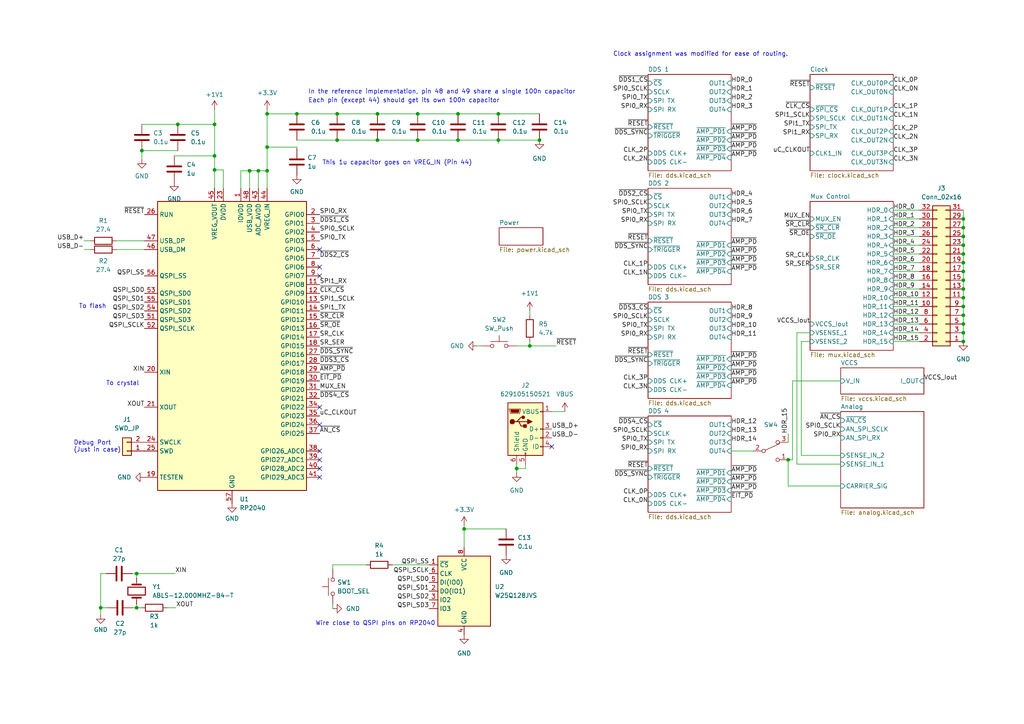
<source format=kicad_sch>
(kicad_sch (version 20231120) (generator "eeschema") (generator_version "8.0")
  (paper "A4")
  (title_block (title "Pico AWG (With EIT)") (date "2024-01-17") (rev "v0.1") (company "ENEL 500 Team OM4"))
  (lib_symbols
    (symbol "Connector:USB_B_Micro" (pin_names (offset 1.016))
      (property "Reference" "J" (at -5.08 11.43 0))
      (property "Value" "USB_B_Micro" (at -5.08 8.89 0))
      (symbol "USB_B_Micro_0_1"
        (rectangle (start -5.08 -7.62) (end 5.08 7.62) (stroke (width 0.254)) (fill (type background)))
        (circle (center -3.81 2.159) (radius 0.635) (stroke (width 0.254)) (fill (type outline)))
        (circle (center -0.635 3.429) (radius 0.381) (stroke (width 0.254)) (fill (type outline)))
        (rectangle (start -0.127 -7.62) (end 0.127 -6.858))
        (polyline (pts (xy -1.905 2.159) (xy 0.635 2.159)) (stroke (width 0.254)))
        (polyline (pts (xy -3.175 2.159) (xy -2.54 2.159) (xy -1.27 3.429) (xy -0.635 3.429)) (stroke (width 0.254)))
        (polyline (pts (xy -2.54 2.159) (xy -1.905 2.159) (xy -1.27 0.889) (xy 0 0.889)) (stroke (width 0.254)))
        (polyline (pts (xy 0.635 2.794) (xy 0.635 1.524) (xy 1.905 2.159) (xy 0.635 2.794)) (stroke (width 0.254)) (fill (type outline)))
        (polyline (pts (xy -4.318 5.588) (xy -1.778 5.588) (xy -2.032 4.826) (xy -4.064 4.826) (xy -4.318 5.588)) (fill (type outline)))
        (polyline (pts (xy -4.699 5.842) (xy -4.699 5.588) (xy -4.445 4.826) (xy -4.445 4.572) (xy -1.651 4.572) (xy -1.651 4.826) (xy -1.397 5.588) (xy -1.397 5.842) (xy -4.699 5.842)))
        (rectangle (start 0.254 1.27) (end -0.508 0.508) (stroke (width 0.254)) (fill (type outline)))
        (rectangle (start 5.08 -5.207) (end 4.318 -4.953))
        (rectangle (start 5.08 -2.667) (end 4.318 -2.413))
        (rectangle (start 5.08 -0.127) (end 4.318 0.127))
        (rectangle (start 5.08 4.953) (end 4.318 5.207))
      )
      (symbol "USB_B_Micro_1_1"
        (pin power_out line (at 7.62 5.08 180) (length 2.54) (name "VBUS") (number "1"))
        (pin bidirectional line (at 7.62 -2.54 180) (length 2.54) (name "D-") (number "2"))
        (pin bidirectional line (at 7.62 0 180) (length 2.54) (name "D+") (number "3"))
        (pin passive line (at 7.62 -5.08 180) (length 2.54) (name "ID") (number "4"))
        (pin power_out line (at 0 -10.16 90) (length 2.54) (name "GND") (number "5"))
        (pin passive line (at -2.54 -10.16 90) (length 2.54) (name "Shield") (number "6"))
      )
    )
    (symbol "Connector_Generic:Conn_01x02" (pin_names (offset 1.016) hide)
      (property "Reference" "J" (at 0 2.54 0))
      (property "Value" "Conn_01x02" (at 0 -5.08 0))
      (symbol "Conn_01x02_1_1"
        (rectangle (start -1.27 -2.413) (end 0 -2.667) (stroke (width 0.1524)))
        (rectangle (start -1.27 0.127) (end 0 -0.127) (stroke (width 0.1524)))
        (rectangle (start -1.27 1.27) (end 1.27 -3.81) (stroke (width 0.254)) (fill (type background)))
        (pin passive line (at -5.08 0 0) (length 3.81) (name "Pin_1") (number "1"))
        (pin passive line (at -5.08 -2.54 0) (length 3.81) (name "Pin_2") (number "2"))
      )
    )
    (symbol "Connector_Generic:Conn_02x16_Odd_Even" (pin_names (offset 1.016) hide)
      (property "Reference" "J" (at 1.27 20.32 0))
      (property "Value" "Conn_02x16_Odd_Even" (at 1.27 -22.86 0))
      (symbol "Conn_02x16_Odd_Even_1_1"
        (rectangle (start -1.27 -20.193) (end 0 -20.447) (stroke (width 0.1524)))
        (rectangle (start -1.27 -17.653) (end 0 -17.907) (stroke (width 0.1524)))
        (rectangle (start -1.27 -15.113) (end 0 -15.367) (stroke (width 0.1524)))
        (rectangle (start -1.27 -12.573) (end 0 -12.827) (stroke (width 0.1524)))
        (rectangle (start -1.27 -10.033) (end 0 -10.287) (stroke (width 0.1524)))
        (rectangle (start -1.27 -7.493) (end 0 -7.747) (stroke (width 0.1524)))
        (rectangle (start -1.27 -4.953) (end 0 -5.207) (stroke (width 0.1524)))
        (rectangle (start -1.27 -2.413) (end 0 -2.667) (stroke (width 0.1524)))
        (rectangle (start -1.27 0.127) (end 0 -0.127) (stroke (width 0.1524)))
        (rectangle (start -1.27 2.667) (end 0 2.413) (stroke (width 0.1524)))
        (rectangle (start -1.27 5.207) (end 0 4.953) (stroke (width 0.1524)))
        (rectangle (start -1.27 7.747) (end 0 7.493) (stroke (width 0.1524)))
        (rectangle (start -1.27 10.287) (end 0 10.033) (stroke (width 0.1524)))
        (rectangle (start -1.27 12.827) (end 0 12.573) (stroke (width 0.1524)))
        (rectangle (start -1.27 15.367) (end 0 15.113) (stroke (width 0.1524)))
        (rectangle (start -1.27 17.907) (end 0 17.653) (stroke (width 0.1524)))
        (rectangle (start -1.27 19.05) (end 3.81 -21.59) (stroke (width 0.254)) (fill (type background)))
        (rectangle (start 3.81 -20.193) (end 2.54 -20.447) (stroke (width 0.1524)))
        (rectangle (start 3.81 -17.653) (end 2.54 -17.907) (stroke (width 0.1524)))
        (rectangle (start 3.81 -15.113) (end 2.54 -15.367) (stroke (width 0.1524)))
        (rectangle (start 3.81 -12.573) (end 2.54 -12.827) (stroke (width 0.1524)))
        (rectangle (start 3.81 -10.033) (end 2.54 -10.287) (stroke (width 0.1524)))
        (rectangle (start 3.81 -7.493) (end 2.54 -7.747) (stroke (width 0.1524)))
        (rectangle (start 3.81 -4.953) (end 2.54 -5.207) (stroke (width 0.1524)))
        (rectangle (start 3.81 -2.413) (end 2.54 -2.667) (stroke (width 0.1524)))
        (rectangle (start 3.81 0.127) (end 2.54 -0.127) (stroke (width 0.1524)))
        (rectangle (start 3.81 2.667) (end 2.54 2.413) (stroke (width 0.1524)))
        (rectangle (start 3.81 5.207) (end 2.54 4.953) (stroke (width 0.1524)))
        (rectangle (start 3.81 7.747) (end 2.54 7.493) (stroke (width 0.1524)))
        (rectangle (start 3.81 10.287) (end 2.54 10.033) (stroke (width 0.1524)))
        (rectangle (start 3.81 12.827) (end 2.54 12.573) (stroke (width 0.1524)))
        (rectangle (start 3.81 15.367) (end 2.54 15.113) (stroke (width 0.1524)))
        (rectangle (start 3.81 17.907) (end 2.54 17.653) (stroke (width 0.1524)))
        (pin passive line (at -5.08 17.78 0) (length 3.81) (name "Pin_1") (number "1"))
        (pin passive line (at 7.62 7.62 180) (length 3.81) (name "Pin_10") (number "10"))
        (pin passive line (at -5.08 5.08 0) (length 3.81) (name "Pin_11") (number "11"))
        (pin passive line (at 7.62 5.08 180) (length 3.81) (name "Pin_12") (number "12"))
        (pin passive line (at -5.08 2.54 0) (length 3.81) (name "Pin_13") (number "13"))
        (pin passive line (at 7.62 2.54 180) (length 3.81) (name "Pin_14") (number "14"))
        (pin passive line (at -5.08 0 0) (length 3.81) (name "Pin_15") (number "15"))
        (pin passive line (at 7.62 0 180) (length 3.81) (name "Pin_16") (number "16"))
        (pin passive line (at -5.08 -2.54 0) (length 3.81) (name "Pin_17") (number "17"))
        (pin passive line (at 7.62 -2.54 180) (length 3.81) (name "Pin_18") (number "18"))
        (pin passive line (at -5.08 -5.08 0) (length 3.81) (name "Pin_19") (number "19"))
        (pin passive line (at 7.62 17.78 180) (length 3.81) (name "Pin_2") (number "2"))
        (pin passive line (at 7.62 -5.08 180) (length 3.81) (name "Pin_20") (number "20"))
        (pin passive line (at -5.08 -7.62 0) (length 3.81) (name "Pin_21") (number "21"))
        (pin passive line (at 7.62 -7.62 180) (length 3.81) (name "Pin_22") (number "22"))
        (pin passive line (at -5.08 -10.16 0) (length 3.81) (name "Pin_23") (number "23"))
        (pin passive line (at 7.62 -10.16 180) (length 3.81) (name "Pin_24") (number "24"))
        (pin passive line (at -5.08 -12.7 0) (length 3.81) (name "Pin_25") (number "25"))
        (pin passive line (at 7.62 -12.7 180) (length 3.81) (name "Pin_26") (number "26"))
        (pin passive line (at -5.08 -15.24 0) (length 3.81) (name "Pin_27") (number "27"))
        (pin passive line (at 7.62 -15.24 180) (length 3.81) (name "Pin_28") (number "28"))
        (pin passive line (at -5.08 -17.78 0) (length 3.81) (name "Pin_29") (number "29"))
        (pin passive line (at -5.08 15.24 0) (length 3.81) (name "Pin_3") (number "3"))
        (pin passive line (at 7.62 -17.78 180) (length 3.81) (name "Pin_30") (number "30"))
        (pin passive line (at -5.08 -20.32 0) (length 3.81) (name "Pin_31") (number "31"))
        (pin passive line (at 7.62 -20.32 180) (length 3.81) (name "Pin_32") (number "32"))
        (pin passive line (at 7.62 15.24 180) (length 3.81) (name "Pin_4") (number "4"))
        (pin passive line (at -5.08 12.7 0) (length 3.81) (name "Pin_5") (number "5"))
        (pin passive line (at 7.62 12.7 180) (length 3.81) (name "Pin_6") (number "6"))
        (pin passive line (at -5.08 10.16 0) (length 3.81) (name "Pin_7") (number "7"))
        (pin passive line (at 7.62 10.16 180) (length 3.81) (name "Pin_8") (number "8"))
        (pin passive line (at -5.08 7.62 0) (length 3.81) (name "Pin_9") (number "9"))
      )
    )
    (symbol "Device:C" (pin_numbers hide) (pin_names (offset 0.254))
      (property "Reference" "C" (at 0.635 2.54 0))
      (property "Value" "C" (at 0.635 -2.54 0))
      (symbol "C_0_1"
        (polyline (pts (xy -2.032 -0.762) (xy 2.032 -0.762)) (stroke (width 0.508)))
        (polyline (pts (xy -2.032 0.762) (xy 2.032 0.762)) (stroke (width 0.508)))
      )
      (symbol "C_1_1"
        (pin passive line (at 0 3.81 270) (length 2.794) (name "~") (number "1"))
        (pin passive line (at 0 -3.81 90) (length 2.794) (name "~") (number "2"))
      )
    )
    (symbol "Device:Crystal" (pin_numbers hide) (pin_names (offset 1.016) hide)
      (property "Reference" "Y" (at 0 3.81 0))
      (property "Value" "Crystal" (at 0 -3.81 0))
      (symbol "Crystal_0_1"
        (rectangle (start -1.143 2.54) (end 1.143 -2.54) (stroke (width 0.3048)))
        (polyline (pts (xy -2.54 0) (xy -1.905 0)))
        (polyline (pts (xy -1.905 -1.27) (xy -1.905 1.27)) (stroke (width 0.508)))
        (polyline (pts (xy 1.905 -1.27) (xy 1.905 1.27)) (stroke (width 0.508)))
        (polyline (pts (xy 2.54 0) (xy 1.905 0)))
      )
      (symbol "Crystal_1_1"
        (pin passive line (at -3.81 0 0) (length 1.27) (name "1") (number "1"))
        (pin passive line (at 3.81 0 180) (length 1.27) (name "2") (number "2"))
      )
    )
    (symbol "Device:R" (pin_numbers hide) (pin_names (offset 0))
      (property "Reference" "R" (at 2.032 0 90))
      (property "Value" "R" (at 0 0 90))
      (symbol "R_0_1"
        (rectangle (start -1.016 -2.54) (end 1.016 2.54) (stroke (width 0.254)))
      )
      (symbol "R_1_1"
        (pin passive line (at 0 3.81 270) (length 1.27) (name "~") (number "1"))
        (pin passive line (at 0 -3.81 90) (length 1.27) (name "~") (number "2"))
      )
    )
    (symbol "MCU_RaspberryPi:RP2040"
      (property "Reference" "U" (at 17.78 45.72 0))
      (property "Value" "RP2040" (at 17.78 43.18 0))
      (symbol "RP2040_0_1"
        (rectangle (start -21.59 41.91) (end 21.59 -41.91) (stroke (width 0.254)) (fill (type background)))
      )
      (symbol "RP2040_1_1"
        (pin power_in line (at 2.54 45.72 270) (length 3.81) (name "IOVDD") (number "1"))
        (pin passive line (at 2.54 45.72 270) (length 3.81) hide (name "IOVDD") (number "10"))
        (pin bidirectional line (at 25.4 17.78 180) (length 3.81) (name "GPIO8") (number "11"))
        (pin bidirectional line (at 25.4 15.24 180) (length 3.81) (name "GPIO9") (number "12"))
        (pin bidirectional line (at 25.4 12.7 180) (length 3.81) (name "GPIO10") (number "13"))
        (pin bidirectional line (at 25.4 10.16 180) (length 3.81) (name "GPIO11") (number "14"))
        (pin bidirectional line (at 25.4 7.62 180) (length 3.81) (name "GPIO12") (number "15"))
        (pin bidirectional line (at 25.4 5.08 180) (length 3.81) (name "GPIO13") (number "16"))
        (pin bidirectional line (at 25.4 2.54 180) (length 3.81) (name "GPIO14") (number "17"))
        (pin bidirectional line (at 25.4 0 180) (length 3.81) (name "GPIO15") (number "18"))
        (pin input line (at -25.4 -38.1 0) (length 3.81) (name "TESTEN") (number "19"))
        (pin bidirectional line (at 25.4 38.1 180) (length 3.81) (name "GPIO0") (number "2"))
        (pin input line (at -25.4 -7.62 0) (length 3.81) (name "XIN") (number "20"))
        (pin passive line (at -25.4 -17.78 0) (length 3.81) (name "XOUT") (number "21"))
        (pin passive line (at 2.54 45.72 270) (length 3.81) hide (name "IOVDD") (number "22"))
        (pin power_in line (at -2.54 45.72 270) (length 3.81) (name "DVDD") (number "23"))
        (pin input line (at -25.4 -27.94 0) (length 3.81) (name "SWCLK") (number "24"))
        (pin bidirectional line (at -25.4 -30.48 0) (length 3.81) (name "SWD") (number "25"))
        (pin input line (at -25.4 38.1 0) (length 3.81) (name "RUN") (number "26"))
        (pin bidirectional line (at 25.4 -2.54 180) (length 3.81) (name "GPIO16") (number "27"))
        (pin bidirectional line (at 25.4 -5.08 180) (length 3.81) (name "GPIO17") (number "28"))
        (pin bidirectional line (at 25.4 -7.62 180) (length 3.81) (name "GPIO18") (number "29"))
        (pin bidirectional line (at 25.4 35.56 180) (length 3.81) (name "GPIO1") (number "3"))
        (pin bidirectional line (at 25.4 -10.16 180) (length 3.81) (name "GPIO19") (number "30"))
        (pin bidirectional line (at 25.4 -12.7 180) (length 3.81) (name "GPIO20") (number "31"))
        (pin bidirectional line (at 25.4 -15.24 180) (length 3.81) (name "GPIO21") (number "32"))
        (pin passive line (at 2.54 45.72 270) (length 3.81) hide (name "IOVDD") (number "33"))
        (pin bidirectional line (at 25.4 -17.78 180) (length 3.81) (name "GPIO22") (number "34"))
        (pin bidirectional line (at 25.4 -20.32 180) (length 3.81) (name "GPIO23") (number "35"))
        (pin bidirectional line (at 25.4 -22.86 180) (length 3.81) (name "GPIO24") (number "36"))
        (pin bidirectional line (at 25.4 -25.4 180) (length 3.81) (name "GPIO25") (number "37"))
        (pin bidirectional line (at 25.4 -30.48 180) (length 3.81) (name "GPIO26_ADC0") (number "38"))
        (pin bidirectional line (at 25.4 -33.02 180) (length 3.81) (name "GPIO27_ADC1") (number "39"))
        (pin bidirectional line (at 25.4 33.02 180) (length 3.81) (name "GPIO2") (number "4"))
        (pin bidirectional line (at 25.4 -35.56 180) (length 3.81) (name "GPIO28_ADC2") (number "40"))
        (pin bidirectional line (at 25.4 -38.1 180) (length 3.81) (name "GPIO29_ADC3") (number "41"))
        (pin passive line (at 2.54 45.72 270) (length 3.81) hide (name "IOVDD") (number "42"))
        (pin power_in line (at 7.62 45.72 270) (length 3.81) (name "ADC_AVDD") (number "43"))
        (pin power_in line (at 10.16 45.72 270) (length 3.81) (name "VREG_IN") (number "44"))
        (pin power_out line (at -5.08 45.72 270) (length 3.81) (name "VREG_VOUT") (number "45"))
        (pin bidirectional line (at -25.4 27.94 0) (length 3.81) (name "USB_DM") (number "46"))
        (pin bidirectional line (at -25.4 30.48 0) (length 3.81) (name "USB_DP") (number "47"))
        (pin power_in line (at 5.08 45.72 270) (length 3.81) (name "USB_VDD") (number "48"))
        (pin passive line (at 2.54 45.72 270) (length 3.81) hide (name "IOVDD") (number "49"))
        (pin bidirectional line (at 25.4 30.48 180) (length 3.81) (name "GPIO3") (number "5"))
        (pin passive line (at -2.54 45.72 270) (length 3.81) hide (name "DVDD") (number "50"))
        (pin bidirectional line (at -25.4 7.62 0) (length 3.81) (name "QSPI_SD3") (number "51"))
        (pin output line (at -25.4 5.08 0) (length 3.81) (name "QSPI_SCLK") (number "52"))
        (pin bidirectional line (at -25.4 15.24 0) (length 3.81) (name "QSPI_SD0") (number "53"))
        (pin bidirectional line (at -25.4 10.16 0) (length 3.81) (name "QSPI_SD2") (number "54"))
        (pin bidirectional line (at -25.4 12.7 0) (length 3.81) (name "QSPI_SD1") (number "55"))
        (pin bidirectional line (at -25.4 20.32 0) (length 3.81) (name "QSPI_SS") (number "56"))
        (pin power_in line (at 0 -45.72 90) (length 3.81) (name "GND") (number "57"))
        (pin bidirectional line (at 25.4 27.94 180) (length 3.81) (name "GPIO4") (number "6"))
        (pin bidirectional line (at 25.4 25.4 180) (length 3.81) (name "GPIO5") (number "7"))
        (pin bidirectional line (at 25.4 22.86 180) (length 3.81) (name "GPIO6") (number "8"))
        (pin bidirectional line (at 25.4 20.32 180) (length 3.81) (name "GPIO7") (number "9"))
      )
    )
    (symbol "Memory_Flash:W25Q128JVS"
      (property "Reference" "U" (at -8.89 8.89 0))
      (property "Value" "W25Q128JVS" (at 7.62 8.89 0))
      (symbol "W25Q128JVS_0_1"
        (rectangle (start -7.62 10.16) (end 7.62 -10.16) (stroke (width 0.254)) (fill (type background)))
      )
      (symbol "W25Q128JVS_1_1"
        (pin input line (at -10.16 7.62 0) (length 2.54) (name "~{CS}") (number "1"))
        (pin bidirectional line (at -10.16 0 0) (length 2.54) (name "DO(IO1)") (number "2"))
        (pin bidirectional line (at -10.16 -2.54 0) (length 2.54) (name "IO2") (number "3"))
        (pin power_in line (at 0 -12.7 90) (length 2.54) (name "GND") (number "4"))
        (pin bidirectional line (at -10.16 2.54 0) (length 2.54) (name "DI(IO0)") (number "5"))
        (pin input line (at -10.16 5.08 0) (length 2.54) (name "CLK") (number "6"))
        (pin bidirectional line (at -10.16 -5.08 0) (length 2.54) (name "IO3") (number "7"))
        (pin power_in line (at 0 12.7 270) (length 2.54) (name "VCC") (number "8"))
      )
    )
    (symbol "Switch:SW_Push" (pin_numbers hide) (pin_names (offset 1.016) hide)
      (property "Reference" "SW" (at 1.27 2.54 0))
      (property "Value" "SW_Push" (at 0 -1.524 0))
      (symbol "SW_Push_0_1"
        (circle (center -2.032 0) (radius 0.508))
        (polyline (pts (xy 0 1.27) (xy 0 3.048)))
        (polyline (pts (xy 2.54 1.27) (xy -2.54 1.27)))
        (circle (center 2.032 0) (radius 0.508))
        (pin passive line (at -5.08 0 0) (length 2.54) (name "1") (number "1"))
        (pin passive line (at 5.08 0 180) (length 2.54) (name "2") (number "2"))
      )
    )
    (symbol "Switch:SW_SPDT_321" (pin_names (offset 1) hide)
      (property "Reference" "SW" (at 0 4.318 0))
      (property "Value" "SW_SPDT_321" (at 0 -5.08 0))
      (symbol "SW_SPDT_321_0_0"
        (circle (center -2.032 0) (radius 0.508))
        (circle (center 2.032 -2.54) (radius 0.508))
      )
      (symbol "SW_SPDT_321_0_1"
        (polyline (pts (xy -1.524 0.254) (xy 2.667 2.159)))
        (circle (center 2.032 2.54) (radius 0.508))
      )
      (symbol "SW_SPDT_321_1_1"
        (pin passive line (at 5.08 -2.54 180) (length 2.54) (name "C") (number "1"))
        (pin passive line (at -5.08 0 0) (length 2.54) (name "B") (number "2"))
        (pin passive line (at 5.08 2.54 180) (length 2.54) (name "A") (number "3"))
      )
    )
    (symbol "power:+1V1" (power) (pin_names (offset 0))
      (property "Value" "+1V1" (at 0 3.556 0))
      (symbol "+1V1_0_1"
        (polyline (pts (xy -0.762 1.27) (xy 0 2.54)))
        (polyline (pts (xy 0 0) (xy 0 2.54)))
        (polyline (pts (xy 0 2.54) (xy 0.762 1.27)))
      )
      (symbol "+1V1_1_1"
        (pin power_in line (at 0 0 90) (length 0) hide (name "+1V1") (number "1"))
      )
    )
    (symbol "power:+3.3V" (power) (pin_names (offset 0))
      (property "Value" "+3.3V" (at 0 3.556 0))
      (symbol "+3.3V_0_1"
        (polyline (pts (xy -0.762 1.27) (xy 0 2.54)))
        (polyline (pts (xy 0 0) (xy 0 2.54)))
        (polyline (pts (xy 0 2.54) (xy 0.762 1.27)))
      )
      (symbol "+3.3V_1_1"
        (pin power_in line (at 0 0 90) (length 0) hide (name "+3.3V") (number "1"))
      )
    )
    (symbol "power:GND" (power) (pin_names (offset 0))
      (property "Value" "GND" (at 0 -3.81 0))
      (symbol "GND_0_1"
        (polyline (pts (xy 0 0) (xy 0 -1.27) (xy 1.27 -1.27) (xy 0 -2.54) (xy -1.27 -1.27) (xy 0 -1.27)))
      )
      (symbol "GND_1_1"
        (pin power_in line (at 0 0 270) (length 0) hide (name "GND") (number "1"))
      )
    )
    (symbol "power:VBUS" (power) (pin_names (offset 0))
      (property "Value" "VBUS" (at 0 3.81 0))
      (symbol "VBUS_0_1"
        (polyline (pts (xy -0.762 1.27) (xy 0 2.54)))
        (polyline (pts (xy 0 0) (xy 0 2.54)))
        (polyline (pts (xy 0 2.54) (xy 0.762 1.27)))
      )
      (symbol "VBUS_1_1"
        (pin power_in line (at 0 0 90) (length 0) hide (name "VBUS") (number "1"))
      )
    )
  )
  (junction (at 279.4 78.74))
  (junction (at 109.474 40.64))
  (junction (at 29.21 176.276))
  (junction (at 153.67 100.33))
  (junction (at 279.4 73.66))
  (junction (at 149.86 135.89))
  (junction (at 77.47 33.02))
  (junction (at 144.526 33.02))
  (junction (at 144.526 40.64))
  (junction (at 279.4 93.98))
  (junction (at 121.158 33.02))
  (junction (at 279.4 76.2))
  (junction (at 109.474 33.02))
  (junction (at 97.79 40.64))
  (junction (at 279.4 99.06))
  (junction (at 132.842 33.02))
  (junction (at 41.148 43.688))
  (junction (at 279.4 68.58))
  (junction (at 156.464 40.64))
  (junction (at 121.158 40.64))
  (junction (at 279.4 96.52))
  (junction (at 97.79 33.02))
  (junction (at 62.23 45.212))
  (junction (at 228.6 133.35))
  (junction (at 39.624 176.276))
  (junction (at 279.4 91.44))
  (junction (at 77.47 42.672))
  (junction (at 279.4 63.5))
  (junction (at 77.47 49.53))
  (junction (at 51.562 36.068))
  (junction (at 132.842 40.64))
  (junction (at 62.23 36.068))
  (junction (at 72.39 49.53))
  (junction (at 279.4 88.9))
  (junction (at 279.4 86.36))
  (junction (at 279.4 66.04))
  (junction (at 39.624 166.37))
  (junction (at 279.4 71.12))
  (junction (at 62.23 49.276))
  (junction (at 86.106 33.02))
  (junction (at 134.62 153.416))
  (junction (at 279.4 83.82))
  (junction (at 74.93 49.53))
  (junction (at 279.4 81.28))
  (no_connect (at 92.71 118.11))
  (no_connect (at 92.71 123.19))
  (no_connect (at 92.71 80.01))
  (no_connect (at 92.71 72.39))
  (no_connect (at 92.71 138.43))
  (no_connect (at 160.02 129.54))
  (no_connect (at 92.71 133.35))
  (no_connect (at 92.71 130.81))
  (no_connect (at 92.71 77.47))
  (no_connect (at 92.71 135.89))
  (wire (pts (xy 134.62 153.416) (xy 134.62 158.75)))
  (wire (pts (xy 259.08 93.98) (xy 266.7 93.98)))
  (wire (pts (xy 24.384 72.39) (xy 26.162 72.39)))
  (wire (pts (xy 279.4 91.44) (xy 279.4 93.98)))
  (wire (pts (xy 29.21 166.37) (xy 29.21 176.276)))
  (wire (pts (xy 77.47 42.672) (xy 77.47 33.02)))
  (wire (pts (xy 39.624 166.37) (xy 50.8 166.37)))
  (wire (pts (xy 229.87 133.35) (xy 228.6 133.35)))
  (wire (pts (xy 109.474 33.02) (xy 121.158 33.02)))
  (wire (pts (xy 144.526 33.02) (xy 132.842 33.02)))
  (wire (pts (xy 64.77 49.276) (xy 62.23 49.276)))
  (wire (pts (xy 259.08 73.66) (xy 266.7 73.66)))
  (wire (pts (xy 96.52 163.83) (xy 106.172 163.83)))
  (wire (pts (xy 259.08 76.2) (xy 266.7 76.2)))
  (wire (pts (xy 29.21 176.276) (xy 29.21 178.308)))
  (wire (pts (xy 77.47 33.02) (xy 77.47 31.75)))
  (wire (pts (xy 243.84 132.08) (xy 232.41 132.08)))
  (wire (pts (xy 30.734 166.37) (xy 29.21 166.37)))
  (wire (pts (xy 48.514 176.276) (xy 51.054 176.276)))
  (wire (pts (xy 50.546 45.212) (xy 62.23 45.212)))
  (wire (pts (xy 259.08 60.96) (xy 266.7 60.96)))
  (wire (pts (xy 74.93 49.53) (xy 77.47 49.53)))
  (wire (pts (xy 96.52 163.83) (xy 96.52 165.1)))
  (wire (pts (xy 279.4 63.5) (xy 279.4 66.04)))
  (wire (pts (xy 33.782 72.39) (xy 41.91 72.39)))
  (wire (pts (xy 160.02 119.38) (xy 163.83 119.38)))
  (wire (pts (xy 259.08 68.58) (xy 266.7 68.58)))
  (wire (pts (xy 152.4 135.89) (xy 152.4 134.62)))
  (wire (pts (xy 232.41 99.06) (xy 232.41 132.08)))
  (wire (pts (xy 62.23 45.212) (xy 62.23 49.276)))
  (wire (pts (xy 279.4 60.96) (xy 279.4 63.5)))
  (wire (pts (xy 69.85 49.53) (xy 72.39 49.53)))
  (wire (pts (xy 132.842 40.64) (xy 144.526 40.64)))
  (wire (pts (xy 153.67 99.06) (xy 153.67 100.33)))
  (wire (pts (xy 72.39 49.53) (xy 74.93 49.53)))
  (wire (pts (xy 39.624 176.276) (xy 40.894 176.276)))
  (wire (pts (xy 279.4 68.58) (xy 279.4 71.12)))
  (wire (pts (xy 228.6 140.97) (xy 243.84 140.97)))
  (wire (pts (xy 228.6 125.73) (xy 228.6 128.27)))
  (wire (pts (xy 38.608 176.276) (xy 39.624 176.276)))
  (wire (pts (xy 279.4 78.74) (xy 279.4 81.28)))
  (wire (pts (xy 259.08 99.06) (xy 266.7 99.06)))
  (wire (pts (xy 134.62 153.416) (xy 146.812 153.416)))
  (wire (pts (xy 231.14 134.62) (xy 231.14 96.52)))
  (wire (pts (xy 62.23 36.068) (xy 62.23 45.212)))
  (wire (pts (xy 69.85 54.61) (xy 69.85 49.53)))
  (wire (pts (xy 77.47 42.672) (xy 77.47 49.53)))
  (wire (pts (xy 232.41 99.06) (xy 234.95 99.06)))
  (wire (pts (xy 279.4 71.12) (xy 279.4 73.66)))
  (wire (pts (xy 96.52 176.53) (xy 96.52 175.26)))
  (wire (pts (xy 24.384 69.85) (xy 26.162 69.85)))
  (wire (pts (xy 134.62 152.4) (xy 134.62 153.416)))
  (wire (pts (xy 279.4 73.66) (xy 279.4 76.2)))
  (wire (pts (xy 144.526 40.64) (xy 156.464 40.64)))
  (wire (pts (xy 259.08 71.12) (xy 266.7 71.12)))
  (wire (pts (xy 41.148 43.688) (xy 41.148 46.228)))
  (wire (pts (xy 243.84 134.62) (xy 231.14 134.62)))
  (wire (pts (xy 259.08 88.9) (xy 266.7 88.9)))
  (wire (pts (xy 153.67 90.17) (xy 153.67 91.44)))
  (wire (pts (xy 279.4 81.28) (xy 279.4 83.82)))
  (wire (pts (xy 97.79 33.02) (xy 109.474 33.02)))
  (wire (pts (xy 279.4 83.82) (xy 279.4 86.36)))
  (wire (pts (xy 33.782 69.85) (xy 41.91 69.85)))
  (wire (pts (xy 228.6 133.35) (xy 228.6 140.97)))
  (wire (pts (xy 149.86 134.62) (xy 149.86 135.89)))
  (wire (pts (xy 41.148 36.068) (xy 51.562 36.068)))
  (wire (pts (xy 153.67 100.33) (xy 149.86 100.33)))
  (wire (pts (xy 86.106 40.64) (xy 97.79 40.64)))
  (wire (pts (xy 144.526 41.656) (xy 144.526 40.64)))
  (wire (pts (xy 138.43 100.33) (xy 139.7 100.33)))
  (wire (pts (xy 74.93 49.53) (xy 74.93 54.61)))
  (wire (pts (xy 149.86 135.89) (xy 149.86 137.16)))
  (wire (pts (xy 279.4 66.04) (xy 279.4 68.58)))
  (wire (pts (xy 259.08 81.28) (xy 266.7 81.28)))
  (wire (pts (xy 212.09 130.81) (xy 218.44 130.81)))
  (wire (pts (xy 279.4 88.9) (xy 279.4 91.44)))
  (wire (pts (xy 86.106 33.02) (xy 97.79 33.02)))
  (wire (pts (xy 113.792 163.83) (xy 124.46 163.83)))
  (wire (pts (xy 279.4 93.98) (xy 279.4 96.52)))
  (wire (pts (xy 259.08 78.74) (xy 266.7 78.74)))
  (wire (pts (xy 39.624 176.276) (xy 39.624 175.26)))
  (wire (pts (xy 41.148 43.688) (xy 51.562 43.688)))
  (wire (pts (xy 279.4 96.52) (xy 279.4 99.06)))
  (wire (pts (xy 39.624 166.37) (xy 39.624 167.64)))
  (wire (pts (xy 77.47 42.672) (xy 86.106 42.672)))
  (wire (pts (xy 149.86 135.89) (xy 152.4 135.89)))
  (wire (pts (xy 77.47 49.53) (xy 77.47 54.61)))
  (wire (pts (xy 153.67 100.33) (xy 161.29 100.33)))
  (wire (pts (xy 259.08 86.36) (xy 266.7 86.36)))
  (wire (pts (xy 51.562 36.068) (xy 62.23 36.068)))
  (wire (pts (xy 64.77 54.61) (xy 64.77 49.276)))
  (wire (pts (xy 109.474 40.64) (xy 121.158 40.64)))
  (wire (pts (xy 259.08 83.82) (xy 266.7 83.82)))
  (wire (pts (xy 243.84 110.49) (xy 229.87 110.49)))
  (wire (pts (xy 279.4 86.36) (xy 279.4 88.9)))
  (wire (pts (xy 279.4 76.2) (xy 279.4 78.74)))
  (wire (pts (xy 72.39 49.53) (xy 72.39 54.61)))
  (wire (pts (xy 231.14 96.52) (xy 234.95 96.52)))
  (wire (pts (xy 62.23 49.276) (xy 62.23 54.61)))
  (wire (pts (xy 259.08 96.52) (xy 266.7 96.52)))
  (wire (pts (xy 86.106 42.672) (xy 86.106 43.18)))
  (wire (pts (xy 229.87 110.49) (xy 229.87 133.35)))
  (wire (pts (xy 121.158 40.64) (xy 132.842 40.64)))
  (wire (pts (xy 29.21 176.276) (xy 30.988 176.276)))
  (wire (pts (xy 121.158 33.02) (xy 132.842 33.02)))
  (wire (pts (xy 38.354 166.37) (xy 39.624 166.37)))
  (wire (pts (xy 97.79 40.64) (xy 109.474 40.64)))
  (wire (pts (xy 77.47 33.02) (xy 86.106 33.02)))
  (wire (pts (xy 259.08 66.04) (xy 266.7 66.04)))
  (wire (pts (xy 62.23 31.75) (xy 62.23 36.068)))
  (wire (pts (xy 259.08 91.44) (xy 266.7 91.44)))
  (wire (pts (xy 144.526 33.02) (xy 156.464 33.02)))
  (wire (pts (xy 259.08 63.5) (xy 266.7 63.5)))
  (text "Each pin (except 44) should get its own 100n capacitor" (at 89.408 29.972 0) (effects (font (size 1.27 1.27)) (justify left bottom)))
  (text "To crystal" (at 30.734 112.014 0) (effects (font (size 1.27 1.27)) (justify left bottom)))
  (text "Debug Port\n(Just in case)" (at 21.336 131.318 0) (effects (font (size 1.27 1.27)) (justify left bottom)))
  (text "This 1u capacitor goes on VREG_IN (Pin 44)" (at 93.472 48.006 0) (effects (font (size 1.27 1.27)) (justify left bottom)))
  (text "To flash" (at 22.86 89.662 0) (effects (font (size 1.27 1.27)) (justify left bottom)))
  (text "Clock assignment was modified for ease of routing." (at 177.8 16.51 0) (effects (font (size 1.27 1.27)) (justify left bottom)))
  (text "In the reference implementation, pin 48 and 49 share a single 100n capacitor" (at 89.408 27.432 0) (effects (font (size 1.27 1.27)) (justify left bottom)))
  (text "Wire close to QSPI pins on RP2040" (at 91.44 181.61 0) (effects (font (size 1.27 1.27)) (justify left bottom)))
  (label "QSPI_SCLK" (at 124.46 166.37 180))
  (label "SPI0_SCLK" (at 187.96 59.69 180))
  (label "~{AMP_PD}" (at 212.09 78.74 0))
  (label "QSPI_SD2" (at 41.91 90.17 180))
  (label "~{DDS_SYNC}" (at 187.96 138.43 180))
  (label "SPI1_SCLK" (at 92.71 87.63 0))
  (label "HDR_7" (at 259.08 78.74 0))
  (label "~{SR_CLR}" (at 92.71 92.71 0))
  (label "~{RESET}" (at 41.91 62.23 180))
  (label "VCCS_Iout" (at 267.97 110.49 0))
  (label "SPI0_TX" (at 187.96 95.25 180))
  (label "HDR_9" (at 212.09 92.71 0))
  (label "XIN" (at 50.8 166.37 0))
  (label "~{EIT_PD}" (at 92.71 110.49 0))
  (label "CLK_3P" (at 259.08 44.45 0))
  (label "~{SR_OE}" (at 234.95 68.58 180))
  (label "~{AMP_PD}" (at 212.09 106.68 0))
  (label "~{RESET}" (at 187.96 69.85 180))
  (label "~{AMP_PD}" (at 212.09 111.76 0))
  (label "USB_D-" (at 24.384 72.39 180))
  (label "~{DDS1_CS}" (at 92.71 64.77 0))
  (label "HDR_2" (at 212.09 29.21 0))
  (label "~{AMP_PD}" (at 212.09 139.7 0))
  (label "~{DDS2_CS}" (at 92.71 74.93 0))
  (label "~{AMP_PD}" (at 212.09 142.24 0))
  (label "HDR_14" (at 212.09 128.27 0))
  (label "CLK_0P" (at 259.08 24.13 0))
  (label "SPI0_TX" (at 187.96 62.23 180))
  (label "HDR_4" (at 259.08 71.12 0))
  (label "CLK_1N" (at 187.96 80.01 180))
  (label "HDR_7" (at 212.09 64.77 0))
  (label "HDR_12" (at 259.08 91.44 0))
  (label "uC_CLKOUT" (at 234.95 44.45 180))
  (label "HDR_3" (at 259.08 68.58 0))
  (label "HDR_9" (at 259.08 83.82 0))
  (label "SPI0_TX" (at 92.71 69.85 0))
  (label "~{RESET}" (at 234.95 25.4 180))
  (label "XOUT" (at 51.054 176.276 0))
  (label "USB_D+" (at 160.02 124.46 0))
  (label "HDR_0" (at 212.09 24.13 0))
  (label "SPI1_RX" (at 234.95 39.37 180))
  (label "~{DDS_SYNC}" (at 187.96 72.39 180))
  (label "QSPI_SD3" (at 124.46 176.53 180))
  (label "~{DDS3_CS}" (at 187.96 90.17 180))
  (label "~{RESET}" (at 187.96 36.83 180))
  (label "HDR_13" (at 212.09 125.73 0))
  (label "CLK_0N" (at 259.08 26.67 0))
  (label "SPI0_RX" (at 243.84 127 180))
  (label "HDR_10" (at 212.09 95.25 0))
  (label "~{AMP_PD}" (at 212.09 109.22 0))
  (label "QSPI_SD0" (at 41.91 85.09 180))
  (label "XIN" (at 41.91 107.95 180))
  (label "HDR_5" (at 212.09 59.69 0))
  (label "HDR_5" (at 259.08 73.66 0))
  (label "HDR_10" (at 259.08 86.36 0))
  (label "~{DDS4_CS}" (at 92.71 115.57 0))
  (label "~{DDS1_CS}" (at 187.96 24.13 180))
  (label "QSPI_SD2" (at 124.46 173.99 180))
  (label "~{DDS2_CS}" (at 187.96 57.15 180))
  (label "QSPI_SD1" (at 41.91 87.63 180))
  (label "~{AN_CS}" (at 92.71 125.73 0))
  (label "CLK_2P" (at 187.96 44.45 180))
  (label "QSPI_SD1" (at 124.46 171.45 180))
  (label "CLK_0N" (at 187.96 146.05 180))
  (label "SPI1_SCLK" (at 234.95 34.29 180))
  (label "HDR_4" (at 212.09 57.15 0))
  (label "SR_SER" (at 234.95 77.47 180))
  (label "SR_SER" (at 92.71 100.33 0))
  (label "HDR_11" (at 259.08 88.9 0))
  (label "CLK_3P" (at 187.96 110.49 180))
  (label "CLK_2N" (at 187.96 46.99 180))
  (label "CLK_1P" (at 259.08 31.75 0))
  (label "SR_CLK" (at 234.95 74.93 180))
  (label "~{DDS_SYNC}" (at 187.96 39.37 180))
  (label "SPI0_TX" (at 187.96 128.27 180))
  (label "HDR_14" (at 259.08 96.52 0))
  (label "QSPI_SCLK" (at 41.91 95.25 180))
  (label "MUX_EN" (at 234.95 63.5 180))
  (label "~{CLK_CS}" (at 92.71 85.09 0))
  (label "~{AMP_PD}" (at 212.09 137.16 0))
  (label "~{AMP_PD}" (at 212.09 43.18 0))
  (label "QSPI_SS" (at 124.46 163.83 180))
  (label "~{AMP_PD}" (at 212.09 71.12 0))
  (label "~{DDS3_CS}" (at 92.71 105.41 0))
  (label "~{EIT_PD}" (at 212.09 144.78 0))
  (label "SPI0_TX" (at 187.96 29.21 180))
  (label "~{DDS_SYNC}" (at 187.96 105.41 180))
  (label "~{CLK_CS}" (at 234.95 31.75 180))
  (label "SPI0_SCLK" (at 92.71 67.31 0))
  (label "USB_D+" (at 24.384 69.85 180))
  (label "VCCS_Iout" (at 234.95 93.98 180))
  (label "SPI0_RX" (at 187.96 31.75 180))
  (label "QSPI_SS" (at 41.91 80.01 180))
  (label "SPI0_RX" (at 187.96 97.79 180))
  (label "~{RESET}" (at 187.96 135.89 180))
  (label "~{AMP_PD}" (at 212.09 76.2 0))
  (label "MUX_EN" (at 92.71 113.03 0))
  (label "HDR_15" (at 259.08 99.06 0))
  (label "~{DDS_SYNC}" (at 92.71 102.87 0))
  (label "SR_CLK" (at 92.71 97.79 0))
  (label "CLK_1N" (at 259.08 34.29 0))
  (label "HDR_2" (at 259.08 66.04 0))
  (label "HDR_8" (at 259.08 81.28 0))
  (label "SPI0_SCLK" (at 243.84 124.46 180))
  (label "CLK_1P" (at 187.96 77.47 180))
  (label "HDR_15" (at 228.6 125.73 90))
  (label "CLK_2P" (at 259.08 38.1 0))
  (label "~{AMP_PD}" (at 212.09 38.1 0))
  (label "SPI0_RX" (at 92.71 62.23 0))
  (label "XOUT" (at 41.91 118.11 180))
  (label "HDR_3" (at 212.09 31.75 0))
  (label "~{DDS4_CS}" (at 187.96 123.19 180))
  (label "HDR_6" (at 259.08 76.2 0))
  (label "uC_CLKOUT" (at 92.71 120.65 0))
  (label "HDR_13" (at 259.08 93.98 0))
  (label "CLK_3N" (at 187.96 113.03 180))
  (label "~{AMP_PD}" (at 92.71 107.95 0))
  (label "~{SR_CLR}" (at 234.95 66.04 180))
  (label "SPI0_SCLK" (at 187.96 26.67 180))
  (label "SPI0_RX" (at 187.96 130.81 180))
  (label "SPI1_RX" (at 92.71 82.55 0))
  (label "~{RESET}" (at 187.96 102.87 180))
  (label "QSPI_SD3" (at 41.91 92.71 180))
  (label "SPI1_TX" (at 92.71 90.17 0))
  (label "HDR_12" (at 212.09 123.19 0))
  (label "CLK_3N" (at 259.08 46.99 0))
  (label "SPI0_SCLK" (at 187.96 125.73 180))
  (label "CLK_0P" (at 187.96 143.51 180))
  (label "~{SR_OE}" (at 92.71 95.25 0))
  (label "CLK_2N" (at 259.08 40.64 0))
  (label "SPI0_RX" (at 187.96 64.77 180))
  (label "~{AMP_PD}" (at 212.09 104.14 0))
  (label "SPI1_TX" (at 234.95 36.83 180))
  (label "~{RESET}" (at 161.29 100.33 0))
  (label "HDR_8" (at 212.09 90.17 0))
  (label "USB_D-" (at 160.02 127 0))
  (label "HDR_1" (at 212.09 26.67 0))
  (label "~{AMP_PD}" (at 212.09 73.66 0))
  (label "~{AMP_PD}" (at 212.09 45.72 0))
  (label "HDR_0" (at 259.08 60.96 0))
  (label "SPI0_SCLK" (at 187.96 92.71 180))
  (label "HDR_1" (at 259.08 63.5 0))
  (label "~{AN_CS}" (at 243.84 121.92 180))
  (label "HDR_11" (at 212.09 97.79 0))
  (label "QSPI_SD0" (at 124.46 168.91 180))
  (label "HDR_6" (at 212.09 62.23 0))
  (label "~{AMP_PD}" (at 212.09 40.64 0))
  (symbol (lib_id "power:+3.3V") (at 77.47 31.75 0) (unit 1)
    (property "Reference" "#PWR07" (effects (hide yes)))
    (property "Value" "+3.3V" (at 77.47 26.924 0))
  )
  (symbol (lib_id "power:+1V1") (at 62.23 31.75 0) (unit 1)
    (property "Reference" "#PWR05" (effects (hide yes)))
    (property "Value" "+1V1" (at 62.23 27.432 0))
  )
  (symbol (lib_id "power:GND") (at 134.62 184.15 0) (unit 1)
    (property "Reference" "#PWR011" (effects (hide yes)))
    (property "Value" "GND" (at 134.62 189.484 0))
  )
  (symbol (lib_id "Device:R") (at 29.972 69.85 90) (unit 1)
    (property "Reference" "R1" (at 29.972 64.008 90))
    (property "Value" "27.4" (at 29.972 66.548 90))
    (property "Footprint" "Resistor_SMD:R_0603_1608Metric" (effects (hide yes)))
  )
  (symbol (lib_id "Device:C") (at 109.474 36.83 0) (unit 1)
    (property "Reference" "C9" (at 113.538 35.56 0) (effects (justify left)))
    (property "Value" "0.1u" (at 125.222 38.1 0) (effects (justify left)))
    (property "Footprint" "Capacitor_SMD:C_0603_1608Metric" (effects (hide yes)))
  )
  (symbol (lib_id "Device:C") (at 34.798 176.276 270) (unit 1)
    (property "Reference" "C2" (at 34.798 180.848 90))
    (property "Value" "27p" (at 34.798 183.388 90))
    (property "Footprint" "Capacitor_SMD:C_0603_1608Metric" (effects (hide yes)))
  )
  (symbol (lib_id "power:+1V1") (at 153.67 90.17 0) (unit 1)
    (property "Reference" "#PWR015" (effects (hide yes)))
    (property "Value" "+1V1" (at 153.67 85.09 0))
  )
  (symbol (lib_id "power:GND") (at 50.546 52.832 0) (unit 1)
    (property "Reference" "#PWR04" (effects (hide yes)))
    (property "Value" "GND" (at 50.546 57.658 0))
  )
  (symbol (lib_id "power:GND") (at 29.21 178.308 0) (unit 1)
    (property "Reference" "#PWR01" (effects (hide yes)))
    (property "Value" "GND" (at 29.21 182.626 0))
  )
  (symbol (lib_id "Device:R") (at 109.982 163.83 90) (unit 1)
    (property "Reference" "R4" (at 109.982 158.242 90))
    (property "Value" "1k" (at 109.982 160.782 90))
    (property "Footprint" "Resistor_SMD:R_0603_1608Metric" (effects (hide yes)))
  )
  (symbol (lib_id "Device:C") (at 121.158 36.83 0) (unit 1)
    (property "Reference" "C10" (at 125.222 35.56 0) (effects (justify left)))
    (property "Value" "0.1u" (at 136.906 38.1 0) (effects (justify left)))
    (property "Footprint" "Capacitor_SMD:C_0603_1608Metric" (effects (hide yes)))
  )
  (symbol (lib_id "power:GND") (at 67.31 146.05 0) (unit 1)
    (property "Reference" "#PWR06" (effects (hide yes)))
    (property "Value" "GND" (at 67.31 150.368 0))
  )
  (symbol (lib_id "Device:Crystal") (at 39.624 171.45 270) (unit 1)
    (property "Reference" "Y1" (at 44.196 170.18 90) (effects (justify left)))
    (property "Value" "ABLS-12.000MHZ-B4-T" (at 44.196 172.72 90) (effects (justify left)))
    (property "Footprint" "Crystal:Crystal_SMD_HC49-SD" (effects (hide yes)))
    (property "Datasheet" "https://abracon.com/Resonators/ABLS.pdf" (effects (hide yes)))
  )
  (symbol (lib_id "Device:C") (at 50.546 49.022 0) (unit 1)
    (property "Reference" "C4" (at 54.102 47.752 0) (effects (justify left)))
    (property "Value" "1u" (at 54.102 50.292 0) (effects (justify left)))
    (property "Footprint" "Capacitor_SMD:C_0603_1608Metric" (effects (hide yes)))
  )
  (symbol (lib_id "Device:C") (at 132.842 36.83 0) (unit 1)
    (property "Reference" "C11" (at 136.906 35.56 0) (effects (justify left)))
    (property "Value" "0.1u" (at 148.59 38.1 0) (effects (justify left)))
    (property "Footprint" "Capacitor_SMD:C_0603_1608Metric" (effects (hide yes)))
  )
  (symbol (lib_id "power:GND") (at 279.4 99.06 0) (unit 1)
    (property "Reference" "#PWR017" (effects (hide yes)))
    (property "Value" "GND" (at 279.4 104.14 0))
  )
  (symbol (lib_id "power:+3.3V") (at 134.62 152.4 0) (unit 1)
    (property "Reference" "#PWR010" (effects (hide yes)))
    (property "Value" "+3.3V" (at 134.62 147.828 0))
  )
  (symbol (lib_id "Device:C") (at 144.526 36.83 0) (unit 1)
    (property "Reference" "C12" (at 148.59 35.56 0) (effects (justify left)))
    (property "Value" "0.1u" (at 160.528 38.1 0) (effects (justify left)))
    (property "Footprint" "Capacitor_SMD:C_0603_1608Metric" (effects (hide yes)))
  )
  (symbol (lib_id "Switch:SW_Push") (at 144.78 100.33 0) (unit 1)
    (property "Reference" "SW2" (at 144.78 92.71 0))
    (property "Value" "SW_Push" (at 144.78 95.25 0))
    (property "Footprint" "Button_Switch_SMD:SW_Push_SPST_NO_Alps_SKRK" (effects (hide yes)))
  )
  (symbol (lib_id "Device:C") (at 86.106 36.83 0) (unit 1)
    (property "Reference" "C6" (at 90.17 35.56 0) (effects (justify left)))
    (property "Value" "0.1u" (at 101.854 38.1 0) (effects (justify left)))
    (property "Footprint" "Capacitor_SMD:C_0603_1608Metric" (effects (hide yes)))
  )
  (symbol (lib_id "power:GND") (at 86.106 50.8 0) (unit 1)
    (property "Reference" "#PWR08" (effects (hide yes)))
    (property "Value" "GND" (at 86.106 55.626 0))
  )
  (symbol (lib_id "Device:C") (at 146.812 157.226 0) (unit 1)
    (property "Reference" "C13" (at 150.114 155.956 0) (effects (justify left)))
    (property "Value" "0.1u" (at 150.114 158.496 0) (effects (justify left)))
    (property "Footprint" "Capacitor_SMD:C_0603_1608Metric" (effects (hide yes)))
  )
  (symbol (lib_id "power:GND") (at 41.148 46.228 0) (unit 1)
    (property "Reference" "#PWR02" (effects (hide yes)))
    (property "Value" "GND" (at 41.148 51.054 0))
  )
  (symbol (lib_id "Device:C") (at 156.464 36.83 0) (unit 1)
    (property "Reference" "C14" (at 160.528 35.56 0) (effects (justify left)))
    (property "Value" "0.1u" (at 55.2889 41.148 0) (effects (justify left)))
    (property "Footprint" "Capacitor_SMD:C_0603_1608Metric" (effects (hide yes)))
  )
  (symbol (lib_id "Connector_Generic:Conn_02x16_Odd_Even") (at 274.32 81.28 180) (unit 1)
    (property "Reference" "J3" (at 273.05 54.61 0))
    (property "Value" "Conn_02x16" (at 273.05 57.15 0))
    (property "Footprint" "Connector_PinHeader_2.54mm:PinHeader_2x16_P2.54mm_Vertical" (effects (hide yes)))
  )
  (symbol (lib_id "power:GND") (at 146.812 161.036 0) (unit 1)
    (property "Reference" "#PWR013" (effects (hide yes)))
    (property "Value" "GND" (at 146.812 166.116 0))
  )
  (symbol (lib_id "Connector:USB_B_Micro") (at 152.4 124.46 0) (unit 1)
    (property "Reference" "J2" (at 152.4 111.76 0))
    (property "Value" "629105150521" (at 152.4 114.3 0))
    (property "Footprint" "Connector_USB:USB_Micro-B_Amphenol_10118193-0001LF_Horizontal" (effects (hide yes)))
  )
  (symbol (lib_id "Device:C") (at 34.544 166.37 90) (unit 1)
    (property "Reference" "C1" (at 34.544 159.512 90))
    (property "Value" "27p" (at 34.544 162.052 90))
    (property "Footprint" "Capacitor_SMD:C_0603_1608Metric" (effects (hide yes)))
  )
  (symbol (lib_id "Device:C") (at 97.79 36.83 0) (unit 1)
    (property "Reference" "C8" (at 101.854 35.56 0) (effects (justify left)))
    (property "Value" "0.1u" (at 113.538 38.1 0) (effects (justify left)))
    (property "Footprint" "Capacitor_SMD:C_0603_1608Metric" (effects (hide yes)))
  )
  (symbol (lib_id "Device:R") (at 153.67 95.25 0) (unit 1)
    (property "Reference" "R5" (at 156.21 93.98 0) (effects (justify left)))
    (property "Value" "4.7k" (at 156.21 96.52 0) (effects (justify left)))
    (property "Footprint" "Resistor_SMD:R_0603_1608Metric" (effects (hide yes)))
  )
  (symbol (lib_id "power:GND") (at 41.91 138.43 270) (unit 1)
    (property "Reference" "#PWR03" (effects (hide yes)))
    (property "Value" "GND" (at 38.1 138.43 90) (effects (justify right)))
  )
  (symbol (lib_id "Device:C") (at 41.148 39.878 0) (unit 1)
    (property "Reference" "C3" (at 44.45 38.608 0) (effects (justify left)))
    (property "Value" "0.1u" (at 44.45 41.148 0) (effects (justify left)))
    (property "Footprint" "Capacitor_SMD:C_0603_1608Metric" (effects (hide yes)))
  )
  (symbol (lib_id "power:GND") (at 138.43 100.33 270) (unit 1)
    (property "Reference" "#PWR012" (effects (hide yes)))
    (property "Value" "GND" (at 134.62 100.33 90) (effects (justify right)))
  )
  (symbol (lib_id "MCU_RaspberryPi:RP2040") (at 67.31 100.33 0) (unit 1)
    (property "Reference" "U1" (at 69.5041 144.78 0) (effects (justify left)))
    (property "Value" "RP2040" (at 69.5041 147.32 0) (effects (justify left)))
    (property "Footprint" "Package_DFN_QFN:QFN-56-1EP_7x7mm_P0.4mm_EP3.2x3.2mm" (effects (hide yes)))
    (property "Datasheet" "https://datasheets.raspberrypi.com/rp2040/rp2040-datasheet.pdf" (effects (hide yes)))
  )
  (symbol (lib_id "Connector_Generic:Conn_01x02") (at 36.83 130.81 180) (unit 1)
    (property "Reference" "J1" (at 36.83 121.666 0))
    (property "Value" "SWD_JP" (at 36.83 124.206 0))
    (property "Footprint" "Connector_PinSocket_1.00mm:PinSocket_1x02_P1.00mm_Vertical" (effects (hide yes)))
  )
  (symbol (lib_id "power:VBUS") (at 163.83 119.38 0) (unit 1)
    (property "Reference" "#PWR0249" (effects (hide yes)))
    (property "Value" "VBUS" (at 163.83 114.3 0))
  )
  (symbol (lib_id "Device:R") (at 29.972 72.39 270) (unit 1)
    (property "Reference" "R2" (at 29.972 75.692 90))
    (property "Value" "27.4" (at 29.972 78.232 90))
    (property "Footprint" "Resistor_SMD:R_0603_1608Metric" (effects (hide yes)))
  )
  (symbol (lib_id "power:GND") (at 156.464 40.64 0) (unit 1)
    (property "Reference" "#PWR016" (effects (hide yes)))
    (property "Value" "GND" (at 156.464 45.974 0))
  )
  (symbol (lib_id "Device:C") (at 86.106 46.99 0) (unit 1)
    (property "Reference" "C7" (at 89.154 45.72 0) (effects (justify left)))
    (property "Value" "1u" (at 89.154 48.26 0) (effects (justify left)))
    (property "Footprint" "Capacitor_SMD:C_0603_1608Metric" (effects (hide yes)))
  )
  (symbol (lib_id "Switch:SW_SPDT_321") (at 223.52 130.81 0) (unit 1)
    (property "Reference" "SW4" (at 223.5835 123.19 0))
    (property "Value" "SW_SPDT_321" (effects (hide yes)))
    (property "Footprint" "Button_Switch_THT:SW_E-Switch_EG1271_SPDT" (effects (hide yes)))
  )
  (symbol (lib_id "Device:C") (at 51.562 39.878 0) (unit 1)
    (property "Reference" "C5" (at 55.2889 38.608 0) (effects (justify left)))
    (property "Value" "0.1u" (at 90.17 38.1 0) (effects (justify left)))
    (property "Footprint" "Capacitor_SMD:C_0603_1608Metric" (effects (hide yes)))
  )
  (symbol (lib_id "Memory_Flash:W25Q128JVS") (at 134.62 171.45 0) (unit 1)
    (property "Reference" "U2" (at 143.51 170.18 0) (effects (justify left)))
    (property "Value" "W25Q128JVS" (at 143.51 172.72 0) (effects (justify left)))
    (property "Footprint" "Package_SO:SOIC-8_5.23x5.23mm_P1.27mm" (effects (hide yes)))
    (property "Datasheet" "http://www.winbond.com/resource-files/w25q128jv_dtr%20revc%2003272018%20plus.pdf" (effects (hide yes)))
  )
  (symbol (lib_id "Switch:SW_Push") (at 96.52 170.18 90) (unit 1)
    (property "Reference" "SW1" (at 97.79 168.91 90) (effects (justify right)))
    (property "Value" "BOOT_SEL" (at 97.79 171.45 90) (effects (justify right)))
    (property "Footprint" "Button_Switch_SMD:SW_Push_SPST_NO_Alps_SKRK" (effects (hide yes)))
  )
  (symbol (lib_id "power:GND") (at 149.86 137.16 0) (unit 1)
    (property "Reference" "#PWR014" (effects (hide yes)))
    (property "Value" "GND" (at 149.86 142.24 0))
  )
  (symbol (lib_id "power:GND") (at 96.52 176.53 90) (unit 1)
    (property "Reference" "#PWR09" (effects (hide yes)))
    (property "Value" "GND" (at 100.33 176.53 90) (effects (justify right)))
  )
  (symbol (lib_id "Device:R") (at 44.704 176.276 270) (unit 1)
    (property "Reference" "R3" (at 44.704 178.816 90))
    (property "Value" "1k" (at 44.704 181.356 90))
    (property "Footprint" "Resistor_SMD:R_0603_1608Metric" (effects (hide yes)))
  )
  (sheet (at 187.96 87.63) (size 24.13 27.94) (stroke (width 0.1524))
    (property "Sheetname" "DDS 3" (at 187.96 86.9184 0) (effects (justify left bottom)))
    (property "Sheetfile" "dds.kicad_sch" (at 187.96 116.1546 0) (effects (justify left top)))
    (pin "SPI RX" input (at 187.96 97.79 180))
    (pin "SCLK" input (at 187.96 92.71 180))
    (pin "SPI TX" input (at 187.96 95.25 180))
    (pin "~{CS}" input (at 187.96 90.17 180))
    (pin "~{RESET}" input (at 187.96 102.87 180))
    (pin "DDS CLK-" input (at 187.96 113.03 180))
    (pin "~{TRIGGER}" input (at 187.96 105.41 180))
    (pin "DDS CLK+" input (at 187.96 110.49 180))
    (pin "OUT1" input (at 212.09 90.17 0))
    (pin "OUT2" input (at 212.09 92.71 0))
    (pin "OUT3" input (at 212.09 95.25 0))
    (pin "OUT4" input (at 212.09 97.79 0))
    (pin "~{AMP_PD3}" input (at 212.09 109.22 0))
    (pin "~{AMP_PD4}" input (at 212.09 111.76 0))
    (pin "~{AMP_PD1}" input (at 212.09 104.14 0))
    (pin "~{AMP_PD2}" input (at 212.09 106.68 0))
  )
  (sheet (at 187.96 120.65) (size 24.13 27.94) (stroke (width 0.1524))
    (property "Sheetname" "DDS 4" (at 187.96 119.9384 0) (effects (justify left bottom)))
    (property "Sheetfile" "dds.kicad_sch" (at 187.96 149.1746 0) (effects (justify left top)))
    (pin "SPI RX" input (at 187.96 130.81 180))
    (pin "SCLK" input (at 187.96 125.73 180))
    (pin "SPI TX" input (at 187.96 128.27 180))
    (pin "~{CS}" input (at 187.96 123.19 180))
    (pin "~{RESET}" input (at 187.96 135.89 180))
    (pin "DDS CLK-" input (at 187.96 146.05 180))
    (pin "~{TRIGGER}" input (at 187.96 138.43 180))
    (pin "DDS CLK+" input (at 187.96 143.51 180))
    (pin "OUT1" input (at 212.09 123.19 0))
    (pin "OUT2" input (at 212.09 125.73 0))
    (pin "OUT3" input (at 212.09 128.27 0))
    (pin "OUT4" input (at 212.09 130.81 0))
    (pin "~{AMP_PD3}" input (at 212.09 142.24 0))
    (pin "~{AMP_PD4}" input (at 212.09 144.78 0))
    (pin "~{AMP_PD1}" input (at 212.09 137.16 0))
    (pin "~{AMP_PD2}" input (at 212.09 139.7 0))
  )
  (sheet (at 243.84 106.68) (size 24.13 7.62) (stroke (width 0.1524))
    (property "Sheetname" "VCCS" (at 243.84 105.9684 0) (effects (justify left bottom)))
    (property "Sheetfile" "vccs.kicad_sch" (at 243.84 114.8846 0) (effects (justify left top)))
    (pin "V_IN" input (at 243.84 110.49 180))
    (pin "I_OUT" input (at 267.97 110.49 0))
  )
  (sheet (at 144.78 66.04) (size 12.7 5.08) (stroke (width 0.1524))
    (property "Sheetname" "Power" (at 144.78 65.3284 0) (effects (justify left bottom)))
    (property "Sheetfile" "power.kicad_sch" (at 144.78 71.7046 0) (effects (justify left top)))
  )
  (sheet (at 187.96 21.59) (size 24.13 27.94) (stroke (width 0.1524))
    (property "Sheetname" "DDS 1" (at 187.96 20.8784 0) (effects (justify left bottom)))
    (property "Sheetfile" "dds.kicad_sch" (at 187.96 50.1146 0) (effects (justify left top)))
    (pin "SPI RX" input (at 187.96 31.75 180))
    (pin "SCLK" input (at 187.96 26.67 180))
    (pin "SPI TX" input (at 187.96 29.21 180))
    (pin "~{CS}" input (at 187.96 24.13 180))
    (pin "~{RESET}" input (at 187.96 36.83 180))
    (pin "DDS CLK-" input (at 187.96 46.99 180))
    (pin "~{TRIGGER}" input (at 187.96 39.37 180))
    (pin "DDS CLK+" input (at 187.96 44.45 180))
    (pin "OUT1" input (at 212.09 24.13 0))
    (pin "OUT2" input (at 212.09 26.67 0))
    (pin "OUT3" input (at 212.09 29.21 0))
    (pin "OUT4" input (at 212.09 31.75 0))
    (pin "~{AMP_PD3}" input (at 212.09 43.18 0))
    (pin "~{AMP_PD4}" input (at 212.09 45.72 0))
    (pin "~{AMP_PD1}" input (at 212.09 38.1 0))
    (pin "~{AMP_PD2}" input (at 212.09 40.64 0))
  )
  (sheet (at 234.95 58.42) (size 24.13 43.18) (stroke (width 0.1524))
    (property "Sheetname" "Mux Control" (at 234.95 57.7084 0) (effects (justify left bottom)))
    (property "Sheetfile" "mux.kicad_sch" (at 234.95 102.1846 0) (effects (justify left top)))
    (pin "HDR_2" input (at 259.08 66.04 0))
    (pin "HDR_4" input (at 259.08 71.12 0))
    (pin "HDR_1" input (at 259.08 63.5 0))
    (pin "HDR_3" input (at 259.08 68.58 0))
    (pin "HDR_0" input (at 259.08 60.96 0))
    (pin "MUX_EN" input (at 234.95 63.5 180))
    (pin "HDR_9" input (at 259.08 83.82 0))
    (pin "HDR_8" input (at 259.08 81.28 0))
    (pin "HDR_11" input (at 259.08 88.9 0))
    (pin "HDR_12" input (at 259.08 91.44 0))
    (pin "HDR_10" input (at 259.08 86.36 0))
    (pin "HDR_13" input (at 259.08 93.98 0))
    (pin "~{SR_CLR}" input (at 234.95 66.04 180))
    (pin "~{SR_OE}" input (at 234.95 68.58 180))
    (pin "SR_CLK" input (at 234.95 74.93 180))
    (pin "SR_SER" input (at 234.95 77.47 180))
    (pin "HDR_14" input (at 259.08 96.52 0))
    (pin "HDR_15" input (at 259.08 99.06 0))
    (pin "HDR_5" input (at 259.08 73.66 0))
    (pin "HDR_6" input (at 259.08 76.2 0))
    (pin "HDR_7" input (at 259.08 78.74 0))
    (pin "VSENSE_1" input (at 234.95 96.52 180))
    (pin "VCCS_Iout" input (at 234.95 93.98 180))
    (pin "VSENSE_2" input (at 234.95 99.06 180))
  )
  (sheet (at 243.84 119.38) (size 24.13 27.94) (stroke (width 0.1524))
    (property "Sheetname" "Analog" (at 243.84 118.6684 0) (effects (justify left bottom)))
    (property "Sheetfile" "analog.kicad_sch" (at 243.84 147.9046 0) (effects (justify left top)))
    (pin "AN_SPI_RX" input (at 243.84 127 180))
    (pin "AN_SPI_SCLK" input (at 243.84 124.46 180))
    (pin "~{AN_CS}" input (at 243.84 121.92 180))
    (pin "SENSE_IN_1" input (at 243.84 134.62 180))
    (pin "SENSE_IN_2" input (at 243.84 132.08 180))
    (pin "CARRIER_SIG" input (at 243.84 140.97 180))
  )
  (sheet (at 187.96 54.61) (size 24.13 27.94) (stroke (width 0.1524))
    (property "Sheetname" "DDS 2" (at 187.96 53.8984 0) (effects (justify left bottom)))
    (property "Sheetfile" "dds.kicad_sch" (at 187.96 83.1346 0) (effects (justify left top)))
    (pin "SPI RX" input (at 187.96 64.77 180))
    (pin "SCLK" input (at 187.96 59.69 180))
    (pin "SPI TX" input (at 187.96 62.23 180))
    (pin "~{CS}" input (at 187.96 57.15 180))
    (pin "~{RESET}" input (at 187.96 69.85 180))
    (pin "DDS CLK-" input (at 187.96 80.01 180))
    (pin "~{TRIGGER}" input (at 187.96 72.39 180))
    (pin "DDS CLK+" input (at 187.96 77.47 180))
    (pin "OUT1" input (at 212.09 57.15 0))
    (pin "OUT2" input (at 212.09 59.69 0))
    (pin "OUT3" input (at 212.09 62.23 0))
    (pin "OUT4" input (at 212.09 64.77 0))
    (pin "~{AMP_PD3}" input (at 212.09 76.2 0))
    (pin "~{AMP_PD4}" input (at 212.09 78.74 0))
    (pin "~{AMP_PD1}" input (at 212.09 71.12 0))
    (pin "~{AMP_PD2}" input (at 212.09 73.66 0))
  )
  (sheet (at 234.95 21.59) (size 24.13 27.94) (stroke (width 0.1524))
    (property "Sheetname" "Clock" (at 234.95 20.8784 0) (effects (justify left bottom)))
    (property "Sheetfile" "clock.kicad_sch" (at 234.95 50.1146 0) (effects (justify left top)))
    (pin "CLK_OUT0P" input (at 259.08 24.13 0))
    (pin "CLK_OUT0N" input (at 259.08 26.67 0))
    (pin "~{SPI_CS}" input (at 234.95 31.75 180))
    (pin "~{RESET}" input (at 234.95 25.4 180))
    (pin "SPI_SCLK" input (at 234.95 34.29 180))
    (pin "SPI_TX" input (at 234.95 36.83 180))
    (pin "CLK_OUT2P" input (at 259.08 38.1 0))
    (pin "CLK_OUT2N" input (at 259.08 40.64 0))
    (pin "CLK_OUT3P" input (at 259.08 44.45 0))
    (pin "CLK_OUT3N" input (at 259.08 46.99 0))
    (pin "SPI_RX" input (at 234.95 39.37 180))
    (pin "CLK_OUT1N" input (at 259.08 34.29 0))
    (pin "CLK_OUT1P" input (at 259.08 31.75 0))
    (pin "CLK1_IN" input (at 234.95 44.45 180))
  )
)
</source>
